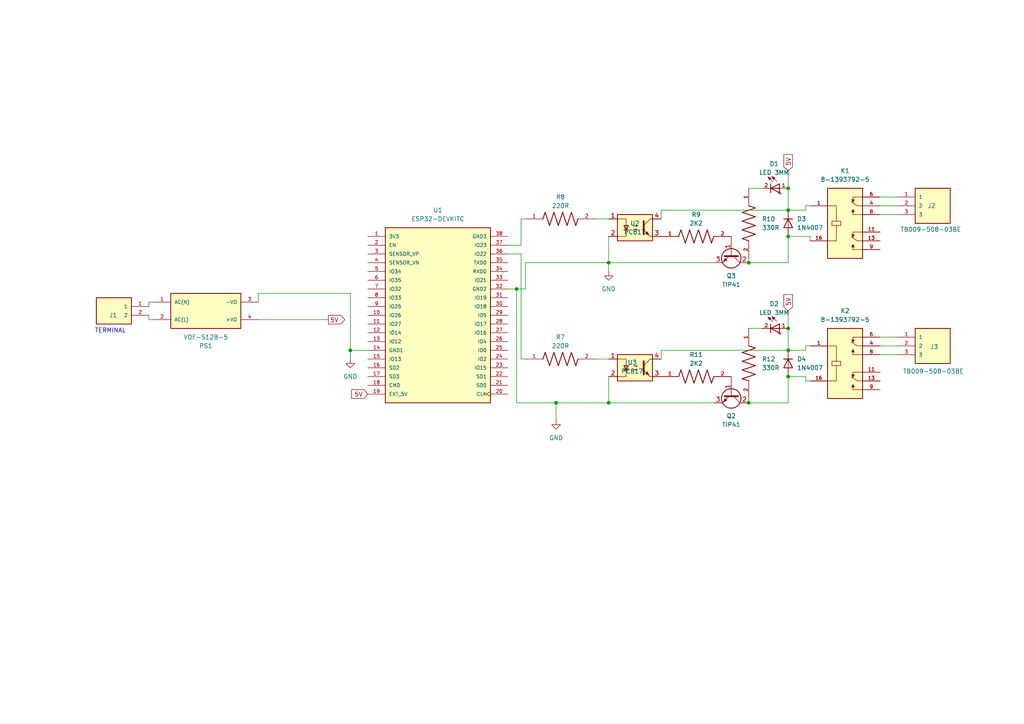
<source format=kicad_sch>
(kicad_sch (version 20231120) (generator "eeschema") (generator_version "8.0")
  (paper "A4")
  (lib_symbols
    (symbol "8-1393792-5:8-1393792-5" (pin_names (offset 1.016))
      (property "Reference" "K" (at -5.08 11.43 0))
      (property "Value" "8-1393792-5" (at -5.08 -12.7 0))
      (symbol "8-1393792-5_0_0"
        (rectangle (start -5.08 -10.16) (end 5.08 10.16) (stroke (width 0.254)) (fill (type background)))
        (polyline (pts (xy -5.08 -5.08) (xy -2.54 -5.08)) (stroke (width 0.1524)))
        (polyline (pts (xy -5.08 5.08) (xy -2.54 5.08)) (stroke (width 0.1524)))
        (polyline (pts (xy -3.81 -0.635) (xy -3.81 0.635)) (stroke (width 0.1524)))
        (polyline (pts (xy -3.81 0.635) (xy -2.54 0.635)) (stroke (width 0.1524)))
        (polyline (pts (xy -2.54 -0.635) (xy -3.81 -0.635)) (stroke (width 0.1524)))
        (polyline (pts (xy -2.54 -0.635) (xy -2.54 -5.08)) (stroke (width 0.1524)))
        (polyline (pts (xy -2.54 0.635) (xy -1.27 0.635)) (stroke (width 0.1524)))
        (polyline (pts (xy -2.54 5.08) (xy -2.54 0.635)) (stroke (width 0.1524)))
        (polyline (pts (xy -1.27 -0.635) (xy -2.54 -0.635)) (stroke (width 0.1524)))
        (polyline (pts (xy -1.27 0.635) (xy -1.27 -0.635)) (stroke (width 0.1524)))
        (polyline (pts (xy 2.286 -7.62) (xy 2.286 -6.604)) (stroke (width 0.1524)))
        (polyline (pts (xy 2.286 -7.62) (xy 5.08 -7.62)) (stroke (width 0.1524)))
        (polyline (pts (xy 2.286 -2.54) (xy 2.286 -3.556)) (stroke (width 0.1524)))
        (polyline (pts (xy 2.286 -2.54) (xy 5.08 -2.54)) (stroke (width 0.1524)))
        (polyline (pts (xy 2.286 2.54) (xy 2.286 3.556)) (stroke (width 0.1524)))
        (polyline (pts (xy 2.286 2.54) (xy 5.08 2.54)) (stroke (width 0.1524)))
        (polyline (pts (xy 2.286 7.62) (xy 2.286 6.604)) (stroke (width 0.1524)))
        (polyline (pts (xy 2.286 7.62) (xy 5.08 7.62)) (stroke (width 0.1524)))
        (polyline (pts (xy 3.556 -5.08) (xy 1.778 -3.937)) (stroke (width 0.1524)))
        (polyline (pts (xy 3.556 5.08) (xy 1.778 6.223)) (stroke (width 0.1524)))
        (polyline (pts (xy 5.08 -5.08) (xy 3.556 -5.08)) (stroke (width 0.1524)))
        (polyline (pts (xy 5.08 5.08) (xy 3.556 5.08)) (stroke (width 0.1524)))
        (polyline (pts (xy 2.667 -6.858) (xy 1.905 -6.858) (xy 2.286 -6.096) (xy 2.667 -6.858)) (stroke (width 0.1524)) (fill (type outline)))
        (polyline (pts (xy 2.667 -3.302) (xy 1.905 -3.302) (xy 2.286 -4.064) (xy 2.667 -3.302)) (stroke (width 0.1524)) (fill (type outline)))
        (polyline (pts (xy 2.667 3.302) (xy 1.905 3.302) (xy 2.286 4.064) (xy 2.667 3.302)) (stroke (width 0.1524)) (fill (type outline)))
        (polyline (pts (xy 2.667 6.858) (xy 1.905 6.858) (xy 2.286 6.096) (xy 2.667 6.858)) (stroke (width 0.1524)) (fill (type outline)))
        (pin passive line (at -10.16 5.08 0) (length 5.08) (name "~") (number "1"))
        (pin passive line (at 10.16 -2.54 180) (length 5.08) (name "~") (number "11"))
        (pin passive line (at 10.16 -5.08 180) (length 5.08) (name "~") (number "13"))
        (pin passive line (at -10.16 -5.08 0) (length 5.08) (name "~") (number "16"))
        (pin passive line (at 10.16 5.08 180) (length 5.08) (name "~") (number "4"))
        (pin passive line (at 10.16 7.62 180) (length 5.08) (name "~") (number "6"))
        (pin passive line (at 10.16 2.54 180) (length 5.08) (name "~") (number "8"))
        (pin passive line (at 10.16 -7.62 180) (length 5.08) (name "~") (number "9"))
      )
    )
    (symbol "Diode:1N4007" (pin_numbers hide) (pin_names hide)
      (property "Reference" "D" (at 0 2.54 0))
      (property "Value" "1N4007" (at 0 -2.54 0))
      (symbol "1N4007_0_1"
        (polyline (pts (xy -1.27 1.27) (xy -1.27 -1.27)) (stroke (width 0.254)))
        (polyline (pts (xy 1.27 0) (xy -1.27 0)))
        (polyline (pts (xy 1.27 1.27) (xy 1.27 -1.27) (xy -1.27 0) (xy 1.27 1.27)) (stroke (width 0.254)))
      )
      (symbol "1N4007_1_1"
        (pin passive line (at -3.81 0 0) (length 2.54) (name "K") (number "1"))
        (pin passive line (at 3.81 0 180) (length 2.54) (name "A") (number "2"))
      )
    )
    (symbol "ESP32-DEVKITC:ESP32-DEVKITC" (pin_names (offset 1.016))
      (property "Reference" "U" (at -15.2572 26.0643 0))
      (property "Value" "ESP32-DEVKITC" (at -15.2563 -27.9698 0))
      (symbol "ESP32-DEVKITC_0_0"
        (rectangle (start -15.24 -25.4) (end 15.24 25.4) (stroke (width 0.254)) (fill (type background)))
        (pin power_in line (at -20.32 22.86 0) (length 5.08) (name "3V3") (number "1"))
        (pin bidirectional line (at -20.32 0 0) (length 5.08) (name "IO26") (number "10"))
        (pin bidirectional line (at -20.32 -2.54 0) (length 5.08) (name "IO27") (number "11"))
        (pin bidirectional line (at -20.32 -5.08 0) (length 5.08) (name "IO14") (number "12"))
        (pin bidirectional line (at -20.32 -7.62 0) (length 5.08) (name "IO12") (number "13"))
        (pin power_in line (at -20.32 -10.16 0) (length 5.08) (name "GND1") (number "14"))
        (pin bidirectional line (at -20.32 -12.7 0) (length 5.08) (name "IO13") (number "15"))
        (pin bidirectional line (at -20.32 -15.24 0) (length 5.08) (name "SD2") (number "16"))
        (pin bidirectional line (at -20.32 -17.78 0) (length 5.08) (name "SD3") (number "17"))
        (pin bidirectional line (at -20.32 -20.32 0) (length 5.08) (name "CMD") (number "18"))
        (pin power_in line (at -20.32 -22.86 0) (length 5.08) (name "EXT_5V") (number "19"))
        (pin input line (at -20.32 20.32 0) (length 5.08) (name "EN") (number "2"))
        (pin input clock (at 20.32 -22.86 180) (length 5.08) (name "CLK") (number "20"))
        (pin bidirectional line (at 20.32 -20.32 180) (length 5.08) (name "SD0") (number "21"))
        (pin bidirectional line (at 20.32 -17.78 180) (length 5.08) (name "SD1") (number "22"))
        (pin bidirectional line (at 20.32 -15.24 180) (length 5.08) (name "IO15") (number "23"))
        (pin bidirectional line (at 20.32 -12.7 180) (length 5.08) (name "IO2") (number "24"))
        (pin bidirectional line (at 20.32 -10.16 180) (length 5.08) (name "IO0") (number "25"))
        (pin bidirectional line (at 20.32 -7.62 180) (length 5.08) (name "IO4") (number "26"))
        (pin bidirectional line (at 20.32 -5.08 180) (length 5.08) (name "IO16") (number "27"))
        (pin bidirectional line (at 20.32 -2.54 180) (length 5.08) (name "IO17") (number "28"))
        (pin bidirectional line (at 20.32 0 180) (length 5.08) (name "IO5") (number "29"))
        (pin input line (at -20.32 17.78 0) (length 5.08) (name "SENSOR_VP") (number "3"))
        (pin bidirectional line (at 20.32 2.54 180) (length 5.08) (name "IO18") (number "30"))
        (pin bidirectional line (at 20.32 5.08 180) (length 5.08) (name "IO19") (number "31"))
        (pin power_in line (at 20.32 7.62 180) (length 5.08) (name "GND2") (number "32"))
        (pin bidirectional line (at 20.32 10.16 180) (length 5.08) (name "IO21") (number "33"))
        (pin input line (at 20.32 12.7 180) (length 5.08) (name "RXD0") (number "34"))
        (pin output line (at 20.32 15.24 180) (length 5.08) (name "TXD0") (number "35"))
        (pin bidirectional line (at 20.32 17.78 180) (length 5.08) (name "IO22") (number "36"))
        (pin bidirectional line (at 20.32 20.32 180) (length 5.08) (name "IO23") (number "37"))
        (pin power_in line (at 20.32 22.86 180) (length 5.08) (name "GND3") (number "38"))
        (pin input line (at -20.32 15.24 0) (length 5.08) (name "SENSOR_VN") (number "4"))
        (pin bidirectional line (at -20.32 12.7 0) (length 5.08) (name "IO34") (number "5"))
        (pin bidirectional line (at -20.32 10.16 0) (length 5.08) (name "IO35") (number "6"))
        (pin bidirectional line (at -20.32 7.62 0) (length 5.08) (name "IO32") (number "7"))
        (pin bidirectional line (at -20.32 5.08 0) (length 5.08) (name "IO33") (number "8"))
        (pin bidirectional line (at -20.32 2.54 0) (length 5.08) (name "IO25") (number "9"))
      )
    )
    (symbol "Isolator:PC817" (pin_names (offset 1.016))
      (property "Reference" "U" (at -5.08 5.08 0))
      (property "Value" "PC817" (at 0 5.08 0))
      (symbol "PC817_0_1"
        (rectangle (start -5.08 3.81) (end 5.08 -3.81) (stroke (width 0.254)) (fill (type background)))
        (polyline (pts (xy -3.175 -0.635) (xy -1.905 -0.635)) (stroke (width 0.254)))
        (polyline (pts (xy 2.54 0.635) (xy 4.445 2.54)))
        (polyline (pts (xy 4.445 -2.54) (xy 2.54 -0.635)) (fill (type outline)))
        (polyline (pts (xy 4.445 -2.54) (xy 5.08 -2.54)))
        (polyline (pts (xy 4.445 2.54) (xy 5.08 2.54)))
        (polyline (pts (xy -5.08 2.54) (xy -2.54 2.54) (xy -2.54 -0.635)))
        (polyline (pts (xy -2.54 -0.635) (xy -2.54 -2.54) (xy -5.08 -2.54)))
        (polyline (pts (xy 2.54 1.905) (xy 2.54 -1.905) (xy 2.54 -1.905)) (stroke (width 0.508)))
        (polyline (pts (xy -2.54 -0.635) (xy -3.175 0.635) (xy -1.905 0.635) (xy -2.54 -0.635)) (stroke (width 0.254)))
        (polyline (pts (xy -0.508 -0.508) (xy 0.762 -0.508) (xy 0.381 -0.635) (xy 0.381 -0.381) (xy 0.762 -0.508)))
        (polyline (pts (xy -0.508 0.508) (xy 0.762 0.508) (xy 0.381 0.381) (xy 0.381 0.635) (xy 0.762 0.508)))
        (polyline (pts (xy 3.048 -1.651) (xy 3.556 -1.143) (xy 4.064 -2.159) (xy 3.048 -1.651) (xy 3.048 -1.651)) (fill (type outline)))
      )
      (symbol "PC817_1_1"
        (pin passive line (at -7.62 2.54 0) (length 2.54) (name "~") (number "1"))
        (pin passive line (at -7.62 -2.54 0) (length 2.54) (name "~") (number "2"))
        (pin passive line (at 7.62 -2.54 180) (length 2.54) (name "~") (number "3"))
        (pin passive line (at 7.62 2.54 180) (length 2.54) (name "~") (number "4"))
      )
    )
    (symbol "MFR-25FBF52-1K:MFR-25FBF52-1K" (pin_names (offset 1.016))
      (property "Reference" "R" (at -7.6244 2.5415 0))
      (property "Value" "MFR-25FBF52-1K" (at -7.63 -5.0866 0))
      (symbol "MFR-25FBF52-1K_0_0"
        (polyline (pts (xy -5.08 0) (xy -4.445 1.905)) (stroke (width 0.254)))
        (polyline (pts (xy -4.445 1.905) (xy -3.175 -1.905)) (stroke (width 0.254)))
        (polyline (pts (xy -3.175 -1.905) (xy -1.905 1.905)) (stroke (width 0.254)))
        (polyline (pts (xy -1.905 1.905) (xy -0.635 -1.905)) (stroke (width 0.254)))
        (polyline (pts (xy -0.635 -1.905) (xy 0.635 1.905)) (stroke (width 0.254)))
        (polyline (pts (xy 0.635 1.905) (xy 1.905 -1.905)) (stroke (width 0.254)))
        (polyline (pts (xy 1.905 -1.905) (xy 3.175 1.905)) (stroke (width 0.254)))
        (polyline (pts (xy 3.175 1.905) (xy 4.445 -1.905)) (stroke (width 0.254)))
        (polyline (pts (xy 4.445 -1.905) (xy 5.08 0)) (stroke (width 0.254)))
        (pin passive line (at -10.16 0 0) (length 5.08) (name "~") (number "1"))
        (pin passive line (at 10.16 0 180) (length 5.08) (name "~") (number "2"))
      )
    )
    (symbol "TB009-508-02BE:TB009-508-02BE" (pin_names (offset 1.016))
      (property "Reference" "J" (at -5.58 5.08 0))
      (property "Value" "TB009-508-02BE" (at -5.08 -5.08 0))
      (symbol "TB009-508-02BE_0_0"
        (rectangle (start -5.08 -2.54) (end 5.08 5.08) (stroke (width 0.254)) (fill (type background)))
        (pin passive line (at -10.16 2.54 0) (length 5.08) (name "1") (number "1"))
        (pin passive line (at -10.16 0 0) (length 5.08) (name "2") (number "2"))
      )
    )
    (symbol "TB009-508-03BE:TB009-508-03BE" (pin_names (offset 1.016))
      (property "Reference" "J" (at -5.58 5.08 0))
      (property "Value" "TB009-508-03BE" (at -5.08 -7.62 0))
      (symbol "TB009-508-03BE_0_0"
        (rectangle (start -5.08 -5.08) (end 5.08 5.08) (stroke (width 0.254)) (fill (type background)))
        (pin passive line (at -10.16 2.54 0) (length 5.08) (name "1") (number "1"))
        (pin passive line (at -10.16 0 0) (length 5.08) (name "2") (number "2"))
        (pin passive line (at -10.16 -2.54 0) (length 5.08) (name "3") (number "3"))
      )
    )
    (symbol "Transistor_BJT:TIP41" (pin_names (offset 0) hide)
      (property "Reference" "Q" (at 6.35 1.905 0))
      (property "Value" "TIP41" (at 6.35 0 0))
      (symbol "TIP41_0_1"
        (polyline (pts (xy 0.635 0.635) (xy 2.54 2.54)))
        (polyline (pts (xy 0.635 -0.635) (xy 2.54 -2.54) (xy 2.54 -2.54)))
        (polyline (pts (xy 0.635 1.905) (xy 0.635 -1.905) (xy 0.635 -1.905)) (stroke (width 0.508)))
        (polyline (pts (xy 1.27 -1.778) (xy 1.778 -1.27) (xy 2.286 -2.286) (xy 1.27 -1.778) (xy 1.27 -1.778)) (fill (type outline)))
        (circle (center 1.27 0) (radius 2.8194) (stroke (width 0.254)))
      )
      (symbol "TIP41_1_1"
        (pin input line (at -5.08 0 0) (length 5.715) (name "B") (number "1"))
        (pin passive line (at 2.54 5.08 270) (length 2.54) (name "C") (number "2"))
        (pin passive line (at 2.54 -5.08 90) (length 2.54) (name "E") (number "3"))
      )
    )
    (symbol "VOF-S12B-5:VOF-S12B-5" (pin_names (offset 1.016))
      (property "Reference" "PS" (at -10.16 5.842 0))
      (property "Value" "VOF-S12B-5" (at -10.16 -7.62 0))
      (symbol "VOF-S12B-5_0_0"
        (rectangle (start -10.16 -5.08) (end 10.16 5.08) (stroke (width 0.254)) (fill (type background)))
        (pin input line (at -15.24 -2.54 0) (length 5.08) (name "AC(N)") (number "1"))
        (pin input line (at -15.24 2.54 0) (length 5.08) (name "AC(L)") (number "2"))
        (pin output line (at 15.24 -2.54 180) (length 5.08) (name "-VO") (number "3"))
        (pin output line (at 15.24 2.54 180) (length 5.08) (name "+VO") (number "4"))
      )
    )
    (symbol "WL-TMRC_3MM:WL-TMRC_3MM" (pin_names (offset 1.016))
      (property "Reference" "D" (at -1.396 4.072 0))
      (property "Value" "WL-TMRC_3MM" (at -1.652 -3.436 0))
      (symbol "WL-TMRC_3MM_0_0"
        (polyline (pts (xy -2.54 -1.27) (xy -2.54 0)) (stroke (width 0.254)))
        (polyline (pts (xy -2.54 -1.27) (xy 0 0)) (stroke (width 0.254)))
        (polyline (pts (xy -2.54 0) (xy -2.54 1.27)) (stroke (width 0.254)))
        (polyline (pts (xy -1.778 2.032) (xy -0.381 3.429)) (stroke (width 0.1524)))
        (polyline (pts (xy -0.635 1.905) (xy 0.762 3.302)) (stroke (width 0.1524)))
        (polyline (pts (xy 0 -1.27) (xy 0 0)) (stroke (width 0.254)))
        (polyline (pts (xy 0 0) (xy -2.54 0)) (stroke (width 0.254)))
        (polyline (pts (xy 0 0) (xy -2.54 1.27)) (stroke (width 0.254)))
        (polyline (pts (xy 0 0) (xy 0 1.27)) (stroke (width 0.254)))
        (polyline (pts (xy -0.381 3.429) (xy -1.27 3.048) (xy -0.762 2.54) (xy -0.381 3.429)) (stroke (width 0.1524)) (fill (type outline)))
        (polyline (pts (xy 0.762 3.302) (xy -0.127 2.921) (xy 0.381 2.413) (xy 0.762 3.302)) (stroke (width 0.1524)) (fill (type outline)))
        (text "+" (at -3.58 -1.34 0) (effects (font (size 1.27 1.27)) (justify left)))
        (pin passive line (at -5.08 0 0) (length 2.54) (name "~") (number "1"))
        (pin passive line (at 2.54 0 180) (length 2.54) (name "~") (number "2"))
      )
    )
    (symbol "power:GND" (power) (pin_numbers hide) (pin_names (offset 0) hide)
      (property "Value" "GND" (at 0 -3.81 0))
      (symbol "GND_0_1"
        (polyline (pts (xy 0 0) (xy 0 -1.27) (xy 1.27 -1.27) (xy 0 -2.54) (xy -1.27 -1.27) (xy 0 -1.27)))
      )
      (symbol "GND_1_1"
        (pin power_in line (at 0 0 270) (length 0) (name "~") (number "1"))
      )
    )
  )
  (junction (at 149.86 83.82))
  (junction (at 228.6 68.58))
  (junction (at 228.6 101.6))
  (junction (at 176.53 116.84))
  (junction (at 217.17 76.2))
  (junction (at 161.29 116.84))
  (junction (at 228.6 60.96))
  (junction (at 101.6 101.6))
  (junction (at 228.6 95.25))
  (junction (at 228.6 54.61))
  (junction (at 176.53 76.2))
  (junction (at 217.17 116.84))
  (junction (at 228.6 109.22))
  (wire (pts (xy 233.68 100.33) (xy 233.68 101.6)))
  (wire (pts (xy 172.72 63.5) (xy 176.53 63.5)))
  (wire (pts (xy 228.6 68.58) (xy 234.95 68.58)))
  (wire (pts (xy 217.17 115.57) (xy 217.17 116.84)))
  (wire (pts (xy 228.6 60.96) (xy 233.68 60.96)))
  (wire (pts (xy 74.93 87.63) (xy 74.93 85.09)))
  (wire (pts (xy 234.95 59.69) (xy 233.68 59.69)))
  (wire (pts (xy 176.53 76.2) (xy 152.4 76.2)))
  (wire (pts (xy 74.93 85.09) (xy 101.6 85.09)))
  (wire (pts (xy 176.53 76.2) (xy 176.53 78.74)))
  (wire (pts (xy 191.77 60.96) (xy 228.6 60.96)))
  (wire (pts (xy 161.29 116.84) (xy 161.29 121.92)))
  (wire (pts (xy 74.93 92.71) (xy 95.25 92.71)))
  (wire (pts (xy 176.53 76.2) (xy 207.01 76.2)))
  (wire (pts (xy 176.53 116.84) (xy 207.01 116.84)))
  (wire (pts (xy 228.6 54.61) (xy 228.6 49.53)))
  (wire (pts (xy 147.32 83.82) (xy 149.86 83.82)))
  (wire (pts (xy 233.68 59.69) (xy 233.68 60.96)))
  (wire (pts (xy 217.17 95.25) (xy 220.98 95.25)))
  (wire (pts (xy 228.6 101.6) (xy 233.68 101.6)))
  (wire (pts (xy 228.6 95.25) (xy 228.6 101.6)))
  (wire (pts (xy 44.45 87.63) (xy 43.18 87.63)))
  (wire (pts (xy 161.29 116.84) (xy 176.53 116.84)))
  (wire (pts (xy 255.27 97.79) (xy 260.35 97.79)))
  (wire (pts (xy 147.32 73.66) (xy 151.13 73.66)))
  (wire (pts (xy 191.77 104.14) (xy 191.77 101.6)))
  (wire (pts (xy 255.27 102.87) (xy 260.35 102.87)))
  (wire (pts (xy 234.95 69.85) (xy 234.95 68.58)))
  (wire (pts (xy 172.72 104.14) (xy 176.53 104.14)))
  (wire (pts (xy 44.45 92.71) (xy 43.18 92.71)))
  (wire (pts (xy 255.27 59.69) (xy 260.35 59.69)))
  (wire (pts (xy 151.13 104.14) (xy 152.4 104.14)))
  (wire (pts (xy 151.13 71.12) (xy 147.32 71.12)))
  (wire (pts (xy 228.6 68.58) (xy 228.6 76.2)))
  (wire (pts (xy 217.17 116.84) (xy 228.6 116.84)))
  (wire (pts (xy 191.77 101.6) (xy 228.6 101.6)))
  (wire (pts (xy 191.77 63.5) (xy 191.77 60.96)))
  (wire (pts (xy 255.27 57.15) (xy 260.35 57.15)))
  (wire (pts (xy 217.17 76.2) (xy 228.6 76.2)))
  (wire (pts (xy 234.95 110.49) (xy 233.68 110.49)))
  (wire (pts (xy 228.6 90.17) (xy 228.6 95.25)))
  (wire (pts (xy 255.27 62.23) (xy 260.35 62.23)))
  (wire (pts (xy 228.6 109.22) (xy 233.68 109.22)))
  (wire (pts (xy 149.86 83.82) (xy 149.86 116.84)))
  (wire (pts (xy 101.6 101.6) (xy 106.68 101.6)))
  (wire (pts (xy 101.6 101.6) (xy 101.6 85.09)))
  (wire (pts (xy 152.4 63.5) (xy 151.13 63.5)))
  (wire (pts (xy 228.6 109.22) (xy 228.6 116.84)))
  (wire (pts (xy 234.95 100.33) (xy 233.68 100.33)))
  (wire (pts (xy 151.13 63.5) (xy 151.13 71.12)))
  (wire (pts (xy 255.27 100.33) (xy 260.35 100.33)))
  (wire (pts (xy 176.53 116.84) (xy 176.53 109.22)))
  (wire (pts (xy 151.13 73.66) (xy 151.13 104.14)))
  (wire (pts (xy 217.17 54.61) (xy 220.98 54.61)))
  (wire (pts (xy 217.17 74.93) (xy 217.17 76.2)))
  (wire (pts (xy 152.4 76.2) (xy 152.4 83.82)))
  (wire (pts (xy 233.68 110.49) (xy 233.68 109.22)))
  (wire (pts (xy 43.18 92.71) (xy 43.18 91.44)))
  (wire (pts (xy 228.6 54.61) (xy 228.6 60.96)))
  (wire (pts (xy 149.86 116.84) (xy 161.29 116.84)))
  (wire (pts (xy 152.4 83.82) (xy 149.86 83.82)))
  (wire (pts (xy 101.6 104.14) (xy 101.6 101.6)))
  (wire (pts (xy 176.53 76.2) (xy 176.53 68.58)))
  (wire (pts (xy 43.18 87.63) (xy 43.18 88.9)))
  (text "TERMINAL\n" (at 32.004 96.012 0) (effects (font (size 1.27 1.27))))
  (global_label "5V" (shape input) (at 228.6 90.17 90) (property "Intersheetrefs" "${INTERSHEET_REFS}" (effects (hide yes))))
  (global_label "5V" (shape output) (at 95.25 92.71 0) (property "Intersheetrefs" "${INTERSHEET_REFS}" (effects (hide yes))))
  (global_label "5V" (shape input) (at 228.6 49.53 90) (property "Intersheetrefs" "${INTERSHEET_REFS}" (effects (hide yes))))
  (global_label "5V" (shape input) (at 106.68 114.3 180) (property "Intersheetrefs" "${INTERSHEET_REFS}" (effects (hide yes))))
  (symbol (lib_id "8-1393792-5:8-1393792-5") (at 245.11 64.77 0) (unit 1)
    (property "Reference" "K1" (at 245.11 49.53 0))
    (property "Value" "8-1393792-5" (at 245.11 52.07 0))
    (property "Footprint" "8-1393792-5:RELAY_8-1393792-5" (effects (hide yes)))
    (property "COMMENT" "8-1393792-5" (effects (hide yes)))
    (property "Comment" "8-1393792-5" (effects (hide yes)))
    (property "MF" "TE Connectivity" (effects (hide yes)))
    (property "MAXIMUM_PACKAGE_HEIGHT" "10.90mm" (effects (hide yes)))
    (property "Package" "None" (effects (hide yes)))
    (property "Price" "None" (effects (hide yes)))
    (property "Check_prices" "https://www.snapeda.com/parts/8-1393792-5/TE+Connectivity+Potter+%2526+Brumfield+Relays/view-part/?ref=eda" (effects (hide yes)))
    (property "STANDARD" "IPC-7351B" (effects (hide yes)))
    (property "PARTREV" "1017" (effects (hide yes)))
    (property "SnapEDA_Link" "https://www.snapeda.com/parts/8-1393792-5/TE+Connectivity+Potter+%2526+Brumfield+Relays/view-part/?ref=snap" (effects (hide yes)))
    (property "MP" "8-1393792-5" (effects (hide yes)))
    (property "EU_RoHS_Compliance" "Compliant" (effects (hide yes)))
    (property "Description_1" "\n                        \n                            Telecom Relay DPDT (2 Form C) 5VDC Coil Through Hole\n                        \n" (effects (hide yes)))
    (property "Availability" "Not in stock" (effects (hide yes)))
    (property "MANUFACTURER" "TE Connectivity" (effects (hide yes)))
  )
  (symbol (lib_id "power:GND") (at 161.29 121.92 0) (unit 1)
    (property "Reference" "#PWR01" (effects (hide yes)))
    (property "Value" "GND" (at 161.29 127 0))
    (property "Description" "Power symbol creates a global label with name \"GND\" , ground" (effects (hide yes)))
  )
  (symbol (lib_id "Transistor_BJT:TIP41") (at 212.09 73.66 270) (unit 1)
    (property "Reference" "Q3" (at 212.09 80.01 90))
    (property "Value" "TIP41" (at 212.09 82.55 90))
    (property "Footprint" "Package_TO_SOT_THT:TO-220-3_Vertical" (effects (hide yes)))
    (property "Datasheet" "https://www.centralsemi.com/get_document.php?cmp=1&mergetype=pd&mergepath=pd&pdf_id=tip41.PDF" (effects (hide yes)))
    (property "Description" "6A Ic, 40V Vce, Power NPN Transistor, TO-220" (effects (hide yes)))
  )
  (symbol (lib_id "TB009-508-03BE:TB009-508-03BE") (at 270.51 59.69 0) (unit 1)
    (property "Reference" "J2" (at 268.986 59.69 0) (effects (justify left)))
    (property "Value" "TB009-508-03BE" (at 261.112 66.548 0) (effects (justify left)))
    (property "Footprint" "TB009-508-03BE:CUI_TB009-508-03BE" (effects (hide yes)))
    (property "MF" "Same Sky" (effects (hide yes)))
    (property "Description_1" "\n2~24 Poles, Screw Type, Horizontal, 5.08 Pitch, 26~12 (AWG), Terminal Block Connector\n" (effects (hide yes)))
    (property "Package" "None" (effects (hide yes)))
    (property "Price" "None" (effects (hide yes)))
    (property "Check_prices" "https://www.snapeda.com/parts/TB009-508-03BE/Same+Sky/view-part/?ref=eda" (effects (hide yes)))
    (property "STANDARD" "Manufacturer Recommendations" (effects (hide yes)))
    (property "SnapEDA_Link" "https://www.snapeda.com/parts/TB009-508-03BE/Same+Sky/view-part/?ref=snap" (effects (hide yes)))
    (property "MP" "TB009-508-03BE" (effects (hide yes)))
    (property "Availability" "In Stock" (effects (hide yes)))
    (property "MANUFACTURER" "CUI" (effects (hide yes)))
  )
  (symbol (lib_id "8-1393792-5:8-1393792-5") (at 245.11 105.41 0) (unit 1)
    (property "Reference" "K2" (at 245.11 90.17 0))
    (property "Value" "8-1393792-5" (at 245.11 92.71 0))
    (property "Footprint" "8-1393792-5:RELAY_8-1393792-5" (effects (hide yes)))
    (property "COMMENT" "8-1393792-5" (effects (hide yes)))
    (property "Comment" "8-1393792-5" (effects (hide yes)))
    (property "MF" "TE Connectivity" (effects (hide yes)))
    (property "MAXIMUM_PACKAGE_HEIGHT" "10.90mm" (effects (hide yes)))
    (property "Package" "None" (effects (hide yes)))
    (property "Price" "None" (effects (hide yes)))
    (property "Check_prices" "https://www.snapeda.com/parts/8-1393792-5/TE+Connectivity+Potter+%2526+Brumfield+Relays/view-part/?ref=eda" (effects (hide yes)))
    (property "STANDARD" "IPC-7351B" (effects (hide yes)))
    (property "PARTREV" "1017" (effects (hide yes)))
    (property "SnapEDA_Link" "https://www.snapeda.com/parts/8-1393792-5/TE+Connectivity+Potter+%2526+Brumfield+Relays/view-part/?ref=snap" (effects (hide yes)))
    (property "MP" "8-1393792-5" (effects (hide yes)))
    (property "EU_RoHS_Compliance" "Compliant" (effects (hide yes)))
    (property "Description_1" "\n                        \n                            Telecom Relay DPDT (2 Form C) 5VDC Coil Through Hole\n                        \n" (effects (hide yes)))
    (property "Availability" "Not in stock" (effects (hide yes)))
    (property "MANUFACTURER" "TE Connectivity" (effects (hide yes)))
  )
  (symbol (lib_id "TB009-508-02BE:TB009-508-02BE") (at 33.02 91.44 0) (mirror y) (unit 1)
    (property "Reference" "J1" (at 34.036 91.44 0) (effects (justify left)))
    (property "Value" "TB009-508-02BE" (effects (hide yes)))
    (property "Footprint" "TB009-508-02BE:CUI_TB009-508-02BE" (effects (hide yes)))
    (property "MF" "Same Sky" (effects (hide yes)))
    (property "Description_1" "\n2~24 Poles, Screw Type, Horizontal, 5.08 Pitch, 26~12 (AWG), Terminal Block Connector\n" (effects (hide yes)))
    (property "Package" "None" (effects (hide yes)))
    (property "Price" "None" (effects (hide yes)))
    (property "Check_prices" "https://www.snapeda.com/parts/TB009-508-02BE/Same+Sky/view-part/?ref=eda" (effects (hide yes)))
    (property "STANDARD" "Manufacturer Recommendations" (effects (hide yes)))
    (property "SnapEDA_Link" "https://www.snapeda.com/parts/TB009-508-02BE/Same+Sky/view-part/?ref=snap" (effects (hide yes)))
    (property "MP" "TB009-508-02BE" (effects (hide yes)))
    (property "Availability" "In Stock" (effects (hide yes)))
    (property "MANUFACTURER" "CUI" (effects (hide yes)))
  )
  (symbol (lib_id "MFR-25FBF52-1K:MFR-25FBF52-1K") (at 201.93 109.22 0) (unit 1)
    (property "Reference" "R11" (at 201.93 102.87 0))
    (property "Value" "2K2" (at 201.93 105.41 0))
    (property "Footprint" "MFR-25FBF52-1K:RESAD1100W55L680D260" (effects (hide yes)))
    (property "MF" "Yageo" (effects (hide yes)))
    (property "MAXIMUM_PACKAGE_HEIGHT" "2.6mm" (effects (hide yes)))
    (property "Package" "Axial Yageo" (effects (hide yes)))
    (property "Price" "None" (effects (hide yes)))
    (property "Check_prices" "https://www.snapeda.com/parts/MFR-25FBF52-1K/Yageo/view-part/?ref=eda" (effects (hide yes)))
    (property "STANDARD" "IPC 7351B" (effects (hide yes)))
    (property "PARTREV" "201304" (effects (hide yes)))
    (property "SnapEDA_Link" "https://www.snapeda.com/parts/MFR-25FBF52-1K/Yageo/view-part/?ref=snap" (effects (hide yes)))
    (property "MP" "MFR-25FBF52-1K" (effects (hide yes)))
    (property "Description_1" "\n1.07 kOhms ±1% 0.25W, 1/4W Through Hole Resistor Axial - Metal Film\n" (effects (hide yes)))
    (property "Availability" "In Stock" (effects (hide yes)))
    (property "MANUFACTURER" "Yageo Corporation" (effects (hide yes)))
  )
  (symbol (lib_id "TB009-508-03BE:TB009-508-03BE") (at 270.51 100.33 0) (unit 1)
    (property "Reference" "J3" (at 269.748 100.584 0) (effects (justify left)))
    (property "Value" "TB009-508-03BE" (at 261.874 107.696 0) (effects (justify left)))
    (property "Footprint" "TB009-508-03BE:CUI_TB009-508-03BE" (effects (hide yes)))
    (property "MF" "Same Sky" (effects (hide yes)))
    (property "Description_1" "\n2~24 Poles, Screw Type, Horizontal, 5.08 Pitch, 26~12 (AWG), Terminal Block Connector\n" (effects (hide yes)))
    (property "Package" "None" (effects (hide yes)))
    (property "Price" "None" (effects (hide yes)))
    (property "Check_prices" "https://www.snapeda.com/parts/TB009-508-03BE/Same+Sky/view-part/?ref=eda" (effects (hide yes)))
    (property "STANDARD" "Manufacturer Recommendations" (effects (hide yes)))
    (property "SnapEDA_Link" "https://www.snapeda.com/parts/TB009-508-03BE/Same+Sky/view-part/?ref=snap" (effects (hide yes)))
    (property "MP" "TB009-508-03BE" (effects (hide yes)))
    (property "Availability" "In Stock" (effects (hide yes)))
    (property "MANUFACTURER" "CUI" (effects (hide yes)))
  )
  (symbol (lib_id "VOF-S12B-5:VOF-S12B-5") (at 59.69 90.17 0) (mirror x) (unit 1)
    (property "Reference" "PS1" (at 59.69 100.33 0))
    (property "Value" "VOF-S12B-5" (at 59.69 97.79 0))
    (property "Footprint" "VOF-S12B-5:CONV_VOF-S12B-5" (effects (hide yes)))
    (property "MF" "CUI Inc." (effects (hide yes)))
    (property "MAXIMUM_PACKAGE_HEIGHT" "19.7mm" (effects (hide yes)))
    (property "Package" "Package" (effects (hide yes)))
    (property "Price" "None" (effects (hide yes)))
    (property "Check_prices" "https://www.snapeda.com/parts/VOF-S12B-5/CUI+Inc./view-part/?ref=eda" (effects (hide yes)))
    (property "STANDARD" "Manufacturer Recommendations" (effects (hide yes)))
    (property "PARTREV" "1.01" (effects (hide yes)))
    (property "SnapEDA_Link" "https://www.snapeda.com/parts/VOF-S12B-5/CUI+Inc./view-part/?ref=snap" (effects (hide yes)))
    (property "MP" "VOF-S12B-5" (effects (hide yes)))
    (property "Description_1" "12 W, 90 ~ 264 Vac Input, Single Output, Open Frame, Board Mount, Ac-Dc Power Supply" (effects (hide yes)))
    (property "CUI_purchase_URL" "https://www.cui.com/product/internal-ac-dc-power-supplies/board-mount/vof-s12b-series?utm_source=snapeda.com&utm_medium=referral&utm_campaign=snapedaBOM" (effects (hide yes)))
    (property "Availability" "In Stock" (effects (hide yes)))
    (property "MANUFACTURER" "CUI" (effects (hide yes)))
  )
  (symbol (lib_id "MFR-25FBF52-1K:MFR-25FBF52-1K") (at 201.93 68.58 0) (unit 1)
    (property "Reference" "R9" (at 201.93 62.23 0))
    (property "Value" "2K2" (at 201.93 64.77 0))
    (property "Footprint" "MFR-25FBF52-1K:RESAD1100W55L680D260" (effects (hide yes)))
    (property "MF" "Yageo" (effects (hide yes)))
    (property "MAXIMUM_PACKAGE_HEIGHT" "2.6mm" (effects (hide yes)))
    (property "Package" "Axial Yageo" (effects (hide yes)))
    (property "Price" "None" (effects (hide yes)))
    (property "Check_prices" "https://www.snapeda.com/parts/MFR-25FBF52-1K/Yageo/view-part/?ref=eda" (effects (hide yes)))
    (property "STANDARD" "IPC 7351B" (effects (hide yes)))
    (property "PARTREV" "201304" (effects (hide yes)))
    (property "SnapEDA_Link" "https://www.snapeda.com/parts/MFR-25FBF52-1K/Yageo/view-part/?ref=snap" (effects (hide yes)))
    (property "MP" "MFR-25FBF52-1K" (effects (hide yes)))
    (property "Description_1" "\n1.07 kOhms ±1% 0.25W, 1/4W Through Hole Resistor Axial - Metal Film\n" (effects (hide yes)))
    (property "Availability" "In Stock" (effects (hide yes)))
    (property "MANUFACTURER" "Yageo Corporation" (effects (hide yes)))
  )
  (symbol (lib_id "Diode:1N4007") (at 228.6 64.77 270) (unit 1)
    (property "Reference" "D3" (at 231.14 63.4999 90) (effects (justify left)))
    (property "Value" "1N4007" (at 231.14 66.0399 90) (effects (justify left)))
    (property "Footprint" "Diode_THT:D_DO-41_SOD81_P10.16mm_Horizontal" (effects (hide yes)))
    (property "Datasheet" "http://www.vishay.com/docs/88503/1n4001.pdf" (effects (hide yes)))
    (property "Description" "1000V 1A General Purpose Rectifier Diode, DO-41" (effects (hide yes)))
    (property "Sim.Device" "D" (effects (hide yes)))
    (property "Sim.Pins" "1=K 2=A" (effects (hide yes)))
  )
  (symbol (lib_id "MFR-25FBF52-1K:MFR-25FBF52-1K") (at 217.17 64.77 270) (unit 1)
    (property "Reference" "R10" (at 220.98 63.4999 90) (effects (justify left)))
    (property "Value" "330R" (at 220.98 66.0399 90) (effects (justify left)))
    (property "Footprint" "MFR-25FBF52-1K:RESAD1100W55L680D260" (effects (hide yes)))
    (property "MF" "Yageo" (effects (hide yes)))
    (property "MAXIMUM_PACKAGE_HEIGHT" "2.6mm" (effects (hide yes)))
    (property "Package" "Axial Yageo" (effects (hide yes)))
    (property "Price" "None" (effects (hide yes)))
    (property "Check_prices" "https://www.snapeda.com/parts/MFR-25FBF52-1K/Yageo/view-part/?ref=eda" (effects (hide yes)))
    (property "STANDARD" "IPC 7351B" (effects (hide yes)))
    (property "PARTREV" "201304" (effects (hide yes)))
    (property "SnapEDA_Link" "https://www.snapeda.com/parts/MFR-25FBF52-1K/Yageo/view-part/?ref=snap" (effects (hide yes)))
    (property "MP" "MFR-25FBF52-1K" (effects (hide yes)))
    (property "Description_1" "\n1.07 kOhms ±1% 0.25W, 1/4W Through Hole Resistor Axial - Metal Film\n" (effects (hide yes)))
    (property "Availability" "In Stock" (effects (hide yes)))
    (property "MANUFACTURER" "Yageo Corporation" (effects (hide yes)))
  )
  (symbol (lib_id "WL-TMRC_3MM:WL-TMRC_3MM") (at 223.52 95.25 0) (mirror y) (unit 1)
    (property "Reference" "D2" (at 224.536 88.138 0))
    (property "Value" "LED 3MM" (at 224.536 90.678 0))
    (property "Footprint" "WL-TMRC_3MM:WL-TMRC_3MM" (effects (hide yes)))
    (property "MF" "Wurth Electronics" (effects (hide yes)))
    (property "Description_1" "3mm, Super Red Typ (@20mA) 635nm, 160mcd, 2.0V, 40° AlInGaP" (effects (hide yes)))
    (property "Package" "Package" (effects (hide yes)))
    (property "Price" "None" (effects (hide yes)))
    (property "SnapEDA_Link" "https://www.snapeda.com/parts/151031SS04000/Wurth+Electronics/view-part/?ref=snap" (effects (hide yes)))
    (property "MP" "151031SS04000" (effects (hide yes)))
    (property "Availability" "In Stock" (effects (hide yes)))
    (property "Check_prices" "https://www.snapeda.com/parts/151031SS04000/Wurth+Electronics/view-part/?ref=eda" (effects (hide yes)))
  )
  (symbol (lib_id "Diode:1N4007") (at 228.6 105.41 270) (unit 1)
    (property "Reference" "D4" (at 231.14 104.1399 90) (effects (justify left)))
    (property "Value" "1N4007" (at 231.14 106.6799 90) (effects (justify left)))
    (property "Footprint" "Diode_THT:D_DO-41_SOD81_P10.16mm_Horizontal" (effects (hide yes)))
    (property "Datasheet" "http://www.vishay.com/docs/88503/1n4001.pdf" (effects (hide yes)))
    (property "Description" "1000V 1A General Purpose Rectifier Diode, DO-41" (effects (hide yes)))
    (property "Sim.Device" "D" (effects (hide yes)))
    (property "Sim.Pins" "1=K 2=A" (effects (hide yes)))
  )
  (symbol (lib_id "Isolator:PC817") (at 184.15 106.68 0) (unit 1)
    (property "Reference" "U3" (at 183.388 105.156 0))
    (property "Value" "PC817" (at 183.388 107.696 0))
    (property "Footprint" "Package_DIP:DIP-4_W7.62mm" (effects (hide yes)))
    (property "Datasheet" "http://www.soselectronic.cz/a_info/resource/d/pc817.pdf" (effects (hide yes)))
    (property "Description" "DC Optocoupler, Vce 35V, CTR 50-300%, DIP-4" (effects (hide yes)))
  )
  (symbol (lib_id "ESP32-DEVKITC:ESP32-DEVKITC") (at 127 91.44 0) (unit 1)
    (property "Reference" "U1" (at 127 60.96 0))
    (property "Value" "ESP32-DEVKITC" (at 127 63.5 0))
    (property "Footprint" "ESP32-DEVKITC:MODULE_ESP32-DEVKITC" (effects (hide yes)))
    (property "MF" "Olimex LTD" (effects (hide yes)))
    (property "Description_1" "\nESP32-WROOM32 - Transceiver; 802.11 b/g/n (Wi-Fi, WiFi, WLAN), Bluetooth® Smart 4.x Low Energy (BLE) 2.4GHz Evaluation Board\n" (effects (hide yes)))
    (property "Package" "None" (effects (hide yes)))
    (property "Price" "None" (effects (hide yes)))
    (property "Check_prices" "https://www.snapeda.com/parts/ESP32-DEVKITC/Olimex+LTD/view-part/?ref=eda" (effects (hide yes)))
    (property "STANDARD" "Manufacturer Recommendations" (effects (hide yes)))
    (property "PARTREV" "N/A" (effects (hide yes)))
    (property "SnapEDA_Link" "https://www.snapeda.com/parts/ESP32-DEVKITC/Olimex+LTD/view-part/?ref=snap" (effects (hide yes)))
    (property "MP" "ESP32-DEVKITC" (effects (hide yes)))
    (property "Availability" "In Stock" (effects (hide yes)))
    (property "MANUFACTURER" "ESPRESSIF" (effects (hide yes)))
  )
  (symbol (lib_id "WL-TMRC_3MM:WL-TMRC_3MM") (at 223.52 54.61 0) (mirror y) (unit 1)
    (property "Reference" "D1" (at 224.536 47.498 0))
    (property "Value" "LED 3MM" (at 224.536 50.038 0))
    (property "Footprint" "WL-TMRC_3MM:WL-TMRC_3MM" (effects (hide yes)))
    (property "MF" "Wurth Electronics" (effects (hide yes)))
    (property "Description_1" "3mm, Super Red Typ (@20mA) 635nm, 160mcd, 2.0V, 40° AlInGaP" (effects (hide yes)))
    (property "Package" "Package" (effects (hide yes)))
    (property "Price" "None" (effects (hide yes)))
    (property "SnapEDA_Link" "https://www.snapeda.com/parts/151031SS04000/Wurth+Electronics/view-part/?ref=snap" (effects (hide yes)))
    (property "MP" "151031SS04000" (effects (hide yes)))
    (property "Availability" "In Stock" (effects (hide yes)))
    (property "Check_prices" "https://www.snapeda.com/parts/151031SS04000/Wurth+Electronics/view-part/?ref=eda" (effects (hide yes)))
  )
  (symbol (lib_id "MFR-25FBF52-1K:MFR-25FBF52-1K") (at 162.56 104.14 0) (unit 1)
    (property "Reference" "R7" (at 162.56 97.79 0))
    (property "Value" "220R" (at 162.56 100.33 0))
    (property "Footprint" "MFR-25FBF52-1K:RESAD1100W55L680D260" (effects (hide yes)))
    (property "MF" "Yageo" (effects (hide yes)))
    (property "MAXIMUM_PACKAGE_HEIGHT" "2.6mm" (effects (hide yes)))
    (property "Package" "Axial Yageo" (effects (hide yes)))
    (property "Price" "None" (effects (hide yes)))
    (property "Check_prices" "https://www.snapeda.com/parts/MFR-25FBF52-1K/Yageo/view-part/?ref=eda" (effects (hide yes)))
    (property "STANDARD" "IPC 7351B" (effects (hide yes)))
    (property "PARTREV" "201304" (effects (hide yes)))
    (property "SnapEDA_Link" "https://www.snapeda.com/parts/MFR-25FBF52-1K/Yageo/view-part/?ref=snap" (effects (hide yes)))
    (property "MP" "MFR-25FBF52-1K" (effects (hide yes)))
    (property "Description_1" "\n1.07 kOhms ±1% 0.25W, 1/4W Through Hole Resistor Axial - Metal Film\n" (effects (hide yes)))
    (property "Availability" "In Stock" (effects (hide yes)))
    (property "MANUFACTURER" "Yageo Corporation" (effects (hide yes)))
  )
  (symbol (lib_id "Transistor_BJT:TIP41") (at 212.09 114.3 270) (unit 1)
    (property "Reference" "Q2" (at 212.09 120.65 90))
    (property "Value" "TIP41" (at 212.09 123.19 90))
    (property "Footprint" "Package_TO_SOT_THT:TO-220-3_Vertical" (effects (hide yes)))
    (property "Datasheet" "https://www.centralsemi.com/get_document.php?cmp=1&mergetype=pd&mergepath=pd&pdf_id=tip41.PDF" (effects (hide yes)))
    (property "Description" "6A Ic, 40V Vce, Power NPN Transistor, TO-220" (effects (hide yes)))
  )
  (symbol (lib_id "MFR-25FBF52-1K:MFR-25FBF52-1K") (at 162.56 63.5 0) (unit 1)
    (property "Reference" "R8" (at 162.56 57.15 0))
    (property "Value" "220R" (at 162.56 59.69 0))
    (property "Footprint" "MFR-25FBF52-1K:RESAD1100W55L680D260" (effects (hide yes)))
    (property "MF" "Yageo" (effects (hide yes)))
    (property "MAXIMUM_PACKAGE_HEIGHT" "2.6mm" (effects (hide yes)))
    (property "Package" "Axial Yageo" (effects (hide yes)))
    (property "Price" "None" (effects (hide yes)))
    (property "Check_prices" "https://www.snapeda.com/parts/MFR-25FBF52-1K/Yageo/view-part/?ref=eda" (effects (hide yes)))
    (property "STANDARD" "IPC 7351B" (effects (hide yes)))
    (property "PARTREV" "201304" (effects (hide yes)))
    (property "SnapEDA_Link" "https://www.snapeda.com/parts/MFR-25FBF52-1K/Yageo/view-part/?ref=snap" (effects (hide yes)))
    (property "MP" "MFR-25FBF52-1K" (effects (hide yes)))
    (property "Description_1" "\n1.07 kOhms ±1% 0.25W, 1/4W Through Hole Resistor Axial - Metal Film\n" (effects (hide yes)))
    (property "Availability" "In Stock" (effects (hide yes)))
    (property "MANUFACTURER" "Yageo Corporation" (effects (hide yes)))
  )
  (symbol (lib_id "power:GND") (at 176.53 78.74 0) (unit 1)
    (property "Reference" "#PWR03" (effects (hide yes)))
    (property "Value" "GND" (at 176.53 83.82 0))
    (property "Description" "Power symbol creates a global label with name \"GND\" , ground" (effects (hide yes)))
  )
  (symbol (lib_id "power:GND") (at 101.6 104.14 0) (unit 1)
    (property "Reference" "#PWR02" (effects (hide yes)))
    (property "Value" "GND" (at 101.6 109.22 0))
    (property "Description" "Power symbol creates a global label with name \"GND\" , ground" (effects (hide yes)))
  )
  (symbol (lib_id "Isolator:PC817") (at 184.15 66.04 0) (unit 1)
    (property "Reference" "U2" (at 184.15 64.77 0))
    (property "Value" "PC817" (at 184.15 67.31 0))
    (property "Footprint" "Package_DIP:DIP-4_W7.62mm" (effects (hide yes)))
    (property "Datasheet" "http://www.soselectronic.cz/a_info/resource/d/pc817.pdf" (effects (hide yes)))
    (property "Description" "DC Optocoupler, Vce 35V, CTR 50-300%, DIP-4" (effects (hide yes)))
  )
  (symbol (lib_id "MFR-25FBF52-1K:MFR-25FBF52-1K") (at 217.17 105.41 270) (unit 1)
    (property "Reference" "R12" (at 220.98 104.1399 90) (effects (justify left)))
    (property "Value" "330R" (at 220.98 106.6799 90) (effects (justify left)))
    (property "Footprint" "MFR-25FBF52-1K:RESAD1100W55L680D260" (effects (hide yes)))
    (property "MF" "Yageo" (effects (hide yes)))
    (property "MAXIMUM_PACKAGE_HEIGHT" "2.6mm" (effects (hide yes)))
    (property "Package" "Axial Yageo" (effects (hide yes)))
    (property "Price" "None" (effects (hide yes)))
    (property "Check_prices" "https://www.snapeda.com/parts/MFR-25FBF52-1K/Yageo/view-part/?ref=eda" (effects (hide yes)))
    (property "STANDARD" "IPC 7351B" (effects (hide yes)))
    (property "PARTREV" "201304" (effects (hide yes)))
    (property "SnapEDA_Link" "https://www.snapeda.com/parts/MFR-25FBF52-1K/Yageo/view-part/?ref=snap" (effects (hide yes)))
    (property "MP" "MFR-25FBF52-1K" (effects (hide yes)))
    (property "Description_1" "\n1.07 kOhms ±1% 0.25W, 1/4W Through Hole Resistor Axial - Metal Film\n" (effects (hide yes)))
    (property "Availability" "In Stock" (effects (hide yes)))
    (property "MANUFACTURER" "Yageo Corporation" (effects (hide yes)))
  )
)
</source>
